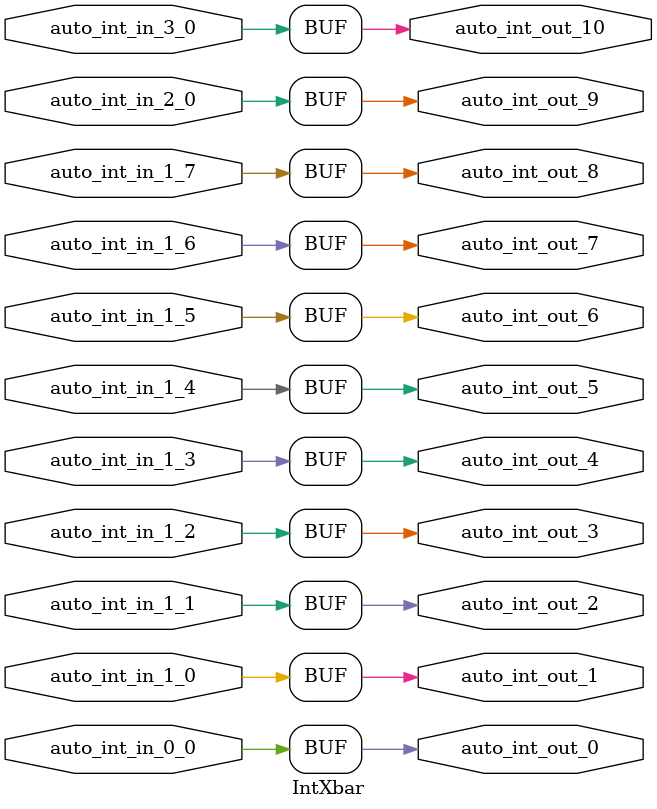
<source format=sv>
`ifndef RANDOMIZE
  `ifdef RANDOMIZE_REG_INIT
    `define RANDOMIZE
  `endif // RANDOMIZE_REG_INIT
`endif // not def RANDOMIZE
`ifndef RANDOMIZE
  `ifdef RANDOMIZE_MEM_INIT
    `define RANDOMIZE
  `endif // RANDOMIZE_MEM_INIT
`endif // not def RANDOMIZE

`ifndef RANDOM
  `define RANDOM $random
`endif // not def RANDOM

// Users can define 'PRINTF_COND' to add an extra gate to prints.
`ifndef PRINTF_COND_
  `ifdef PRINTF_COND
    `define PRINTF_COND_ (`PRINTF_COND)
  `else  // PRINTF_COND
    `define PRINTF_COND_ 1
  `endif // PRINTF_COND
`endif // not def PRINTF_COND_

// Users can define 'ASSERT_VERBOSE_COND' to add an extra gate to assert error printing.
`ifndef ASSERT_VERBOSE_COND_
  `ifdef ASSERT_VERBOSE_COND
    `define ASSERT_VERBOSE_COND_ (`ASSERT_VERBOSE_COND)
  `else  // ASSERT_VERBOSE_COND
    `define ASSERT_VERBOSE_COND_ 1
  `endif // ASSERT_VERBOSE_COND
`endif // not def ASSERT_VERBOSE_COND_

// Users can define 'STOP_COND' to add an extra gate to stop conditions.
`ifndef STOP_COND_
  `ifdef STOP_COND
    `define STOP_COND_ (`STOP_COND)
  `else  // STOP_COND
    `define STOP_COND_ 1
  `endif // STOP_COND
`endif // not def STOP_COND_

// Users can define INIT_RANDOM as general code that gets injected into the
// initializer block for modules with registers.
`ifndef INIT_RANDOM
  `define INIT_RANDOM
`endif // not def INIT_RANDOM

// If using random initialization, you can also define RANDOMIZE_DELAY to
// customize the delay used, otherwise 0.002 is used.
`ifndef RANDOMIZE_DELAY
  `define RANDOMIZE_DELAY 0.002
`endif // not def RANDOMIZE_DELAY

// Define INIT_RANDOM_PROLOG_ for use in our modules below.
`ifndef INIT_RANDOM_PROLOG_
  `ifdef RANDOMIZE
    `ifdef VERILATOR
      `define INIT_RANDOM_PROLOG_ `INIT_RANDOM
    `else  // VERILATOR
      `define INIT_RANDOM_PROLOG_ `INIT_RANDOM #`RANDOMIZE_DELAY begin end
    `endif // VERILATOR
  `else  // RANDOMIZE
    `define INIT_RANDOM_PROLOG_
  `endif // RANDOMIZE
`endif // not def INIT_RANDOM_PROLOG_

module IntXbar(
  input  auto_int_in_3_0,
         auto_int_in_2_0,
         auto_int_in_1_0,
         auto_int_in_1_1,
         auto_int_in_1_2,
         auto_int_in_1_3,
         auto_int_in_1_4,
         auto_int_in_1_5,
         auto_int_in_1_6,
         auto_int_in_1_7,
         auto_int_in_0_0,
  output auto_int_out_0,
         auto_int_out_1,
         auto_int_out_2,
         auto_int_out_3,
         auto_int_out_4,
         auto_int_out_5,
         auto_int_out_6,
         auto_int_out_7,
         auto_int_out_8,
         auto_int_out_9,
         auto_int_out_10
);

  assign auto_int_out_0 = auto_int_in_0_0;
  assign auto_int_out_1 = auto_int_in_1_0;
  assign auto_int_out_2 = auto_int_in_1_1;
  assign auto_int_out_3 = auto_int_in_1_2;
  assign auto_int_out_4 = auto_int_in_1_3;
  assign auto_int_out_5 = auto_int_in_1_4;
  assign auto_int_out_6 = auto_int_in_1_5;
  assign auto_int_out_7 = auto_int_in_1_6;
  assign auto_int_out_8 = auto_int_in_1_7;
  assign auto_int_out_9 = auto_int_in_2_0;
  assign auto_int_out_10 = auto_int_in_3_0;
endmodule


</source>
